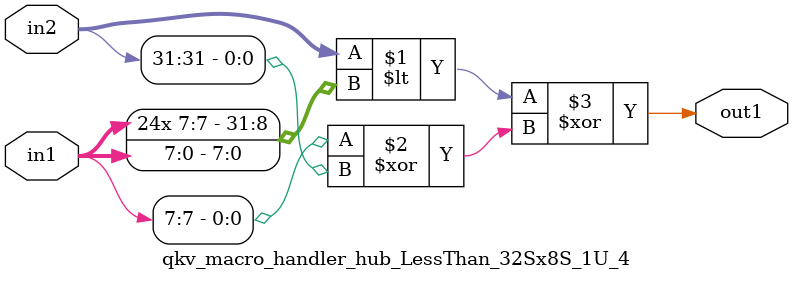
<source format=v>

`timescale 1ps / 1ps


module qkv_macro_handler_hub_LessThan_32Sx8S_1U_4( in2, in1, out1 );

    input [31:0] in2;
    input [7:0] in1;
    output out1;

    
    // rtl_process:qkv_macro_handler_hub_LessThan_32Sx8S_1U_4/qkv_macro_handler_hub_LessThan_32Sx8S_1U_4_thread_1
    assign out1 = (in2 < {{ 24 {in1[7]}}, in1} ^ (in1[7] ^ in2[31]));

endmodule





</source>
